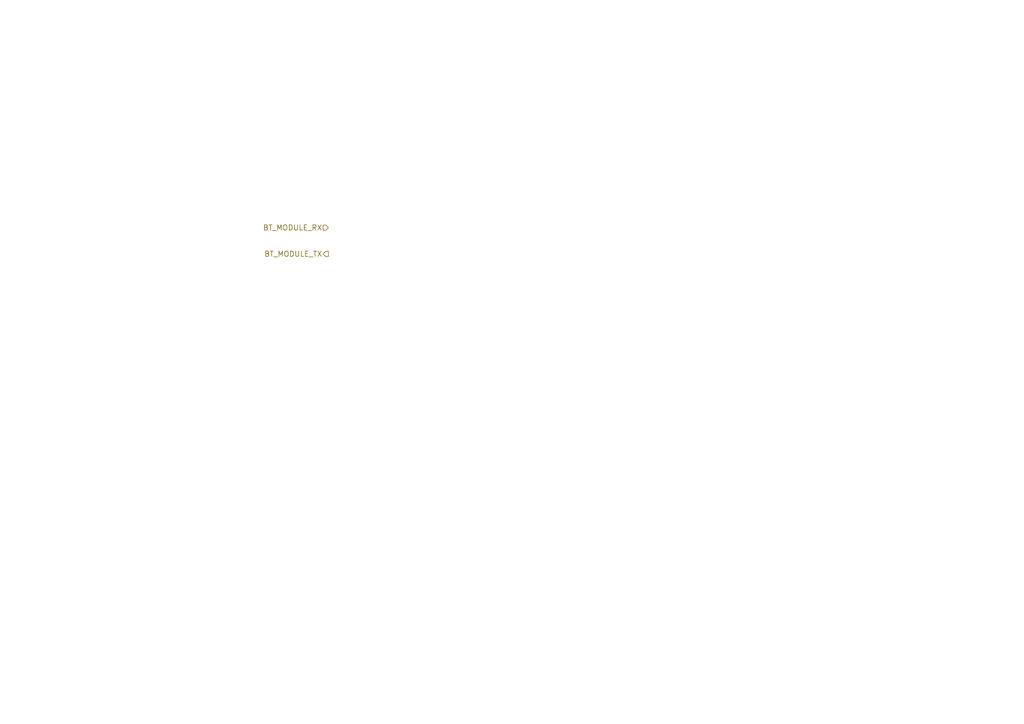
<source format=kicad_sch>
(kicad_sch
	(version 20231120)
	(generator "eeschema")
	(generator_version "8.0")
	(uuid "1624d21b-acae-4320-ac0e-85fc3603140e")
	(paper "A4")
	(lib_symbols)
	(hierarchical_label "BT_MODULE_TX"
		(shape output)
		(at 95.25 73.66 180)
		(fields_autoplaced yes)
		(effects
			(font
				(size 1.524 1.524)
			)
			(justify right)
		)
		(uuid "7e91f2c1-5786-4362-823c-44f6b7966b77")
	)
	(hierarchical_label "BT_MODULE_RX"
		(shape input)
		(at 95.25 66.04 180)
		(fields_autoplaced yes)
		(effects
			(font
				(size 1.524 1.524)
			)
			(justify right)
		)
		(uuid "99010388-08ff-4de2-add1-aecd4bfed1dd")
	)
)

</source>
